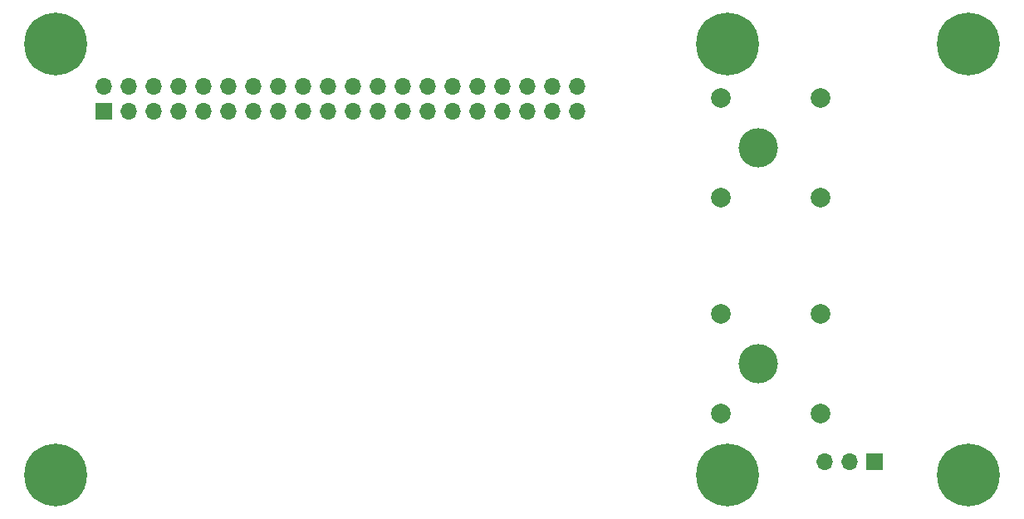
<source format=gbs>
G04 #@! TF.GenerationSoftware,KiCad,Pcbnew,5.1.9+dfsg1-1~bpo10+1*
G04 #@! TF.CreationDate,2022-03-28T22:50:56+02:00*
G04 #@! TF.ProjectId,serial-wio,73657269-616c-42d7-9769-6f2e6b696361,rev?*
G04 #@! TF.SameCoordinates,Original*
G04 #@! TF.FileFunction,Soldermask,Bot*
G04 #@! TF.FilePolarity,Negative*
%FSLAX46Y46*%
G04 Gerber Fmt 4.6, Leading zero omitted, Abs format (unit mm)*
G04 Created by KiCad (PCBNEW 5.1.9+dfsg1-1~bpo10+1) date 2022-03-28 22:50:56*
%MOMM*%
%LPD*%
G01*
G04 APERTURE LIST*
%ADD10C,0.800000*%
%ADD11C,6.400000*%
%ADD12C,2.000000*%
%ADD13C,4.000000*%
%ADD14O,1.700000X1.700000*%
%ADD15R,1.700000X1.700000*%
G04 APERTURE END LIST*
D10*
X178127056Y-103182944D03*
X176430000Y-102480000D03*
X174732944Y-103182944D03*
X174030000Y-104880000D03*
X174732944Y-106577056D03*
X176430000Y-107280000D03*
X178127056Y-106577056D03*
X178830000Y-104880000D03*
D11*
X176430000Y-104880000D03*
D10*
X153627056Y-103182944D03*
X151930000Y-102480000D03*
X150232944Y-103182944D03*
X149530000Y-104880000D03*
X150232944Y-106577056D03*
X151930000Y-107280000D03*
X153627056Y-106577056D03*
X154330000Y-104880000D03*
D11*
X151930000Y-104880000D03*
D10*
X85127056Y-103182944D03*
X83430000Y-102480000D03*
X81732944Y-103182944D03*
X81030000Y-104880000D03*
X81732944Y-106577056D03*
X83430000Y-107280000D03*
X85127056Y-106577056D03*
X85830000Y-104880000D03*
D11*
X83430000Y-104880000D03*
D10*
X85127056Y-59182944D03*
X83430000Y-58480000D03*
X81732944Y-59182944D03*
X81030000Y-60880000D03*
X81732944Y-62577056D03*
X83430000Y-63280000D03*
X85127056Y-62577056D03*
X85830000Y-60880000D03*
D11*
X83430000Y-60880000D03*
D10*
X153627056Y-59182944D03*
X151930000Y-58480000D03*
X150232944Y-59182944D03*
X149530000Y-60880000D03*
X150232944Y-62577056D03*
X151930000Y-63280000D03*
X153627056Y-62577056D03*
X154330000Y-60880000D03*
D11*
X151930000Y-60880000D03*
D10*
X178127056Y-59182944D03*
X176430000Y-58480000D03*
X174732944Y-59182944D03*
X174030000Y-60880000D03*
X174732944Y-62577056D03*
X176430000Y-63280000D03*
X178127056Y-62577056D03*
X178830000Y-60880000D03*
D11*
X176430000Y-60880000D03*
D12*
X151230000Y-98560000D03*
X151230000Y-88400000D03*
X161390000Y-98560000D03*
X161390000Y-88400000D03*
D13*
X155030000Y-93480000D03*
D12*
X151230000Y-76560000D03*
X151230000Y-66400000D03*
X161390000Y-76560000D03*
X161390000Y-66400000D03*
D13*
X155030000Y-71480000D03*
D14*
X161850000Y-103480000D03*
X164390000Y-103480000D03*
D15*
X166930000Y-103480000D03*
X88330000Y-67755000D03*
D14*
X88330000Y-65215000D03*
X90870000Y-67755000D03*
X90870000Y-65215000D03*
X93410000Y-67755000D03*
X93410000Y-65215000D03*
X95950000Y-67755000D03*
X95950000Y-65215000D03*
X98490000Y-67755000D03*
X98490000Y-65215000D03*
X101030000Y-67755000D03*
X101030000Y-65215000D03*
X103570000Y-67755000D03*
X103570000Y-65215000D03*
X106110000Y-67755000D03*
X106110000Y-65215000D03*
X108650000Y-67755000D03*
X108650000Y-65215000D03*
X111190000Y-67755000D03*
X111190000Y-65215000D03*
X113730000Y-67755000D03*
X113730000Y-65215000D03*
X116270000Y-67755000D03*
X116270000Y-65215000D03*
X118810000Y-67755000D03*
X118810000Y-65215000D03*
X121350000Y-67755000D03*
X121350000Y-65215000D03*
X123890000Y-67755000D03*
X123890000Y-65215000D03*
X126430000Y-67755000D03*
X126430000Y-65215000D03*
X128970000Y-67755000D03*
X128970000Y-65215000D03*
X131510000Y-67755000D03*
X131510000Y-65215000D03*
X134050000Y-67755000D03*
X134050000Y-65215000D03*
X136590000Y-67755000D03*
X136590000Y-65215000D03*
M02*

</source>
